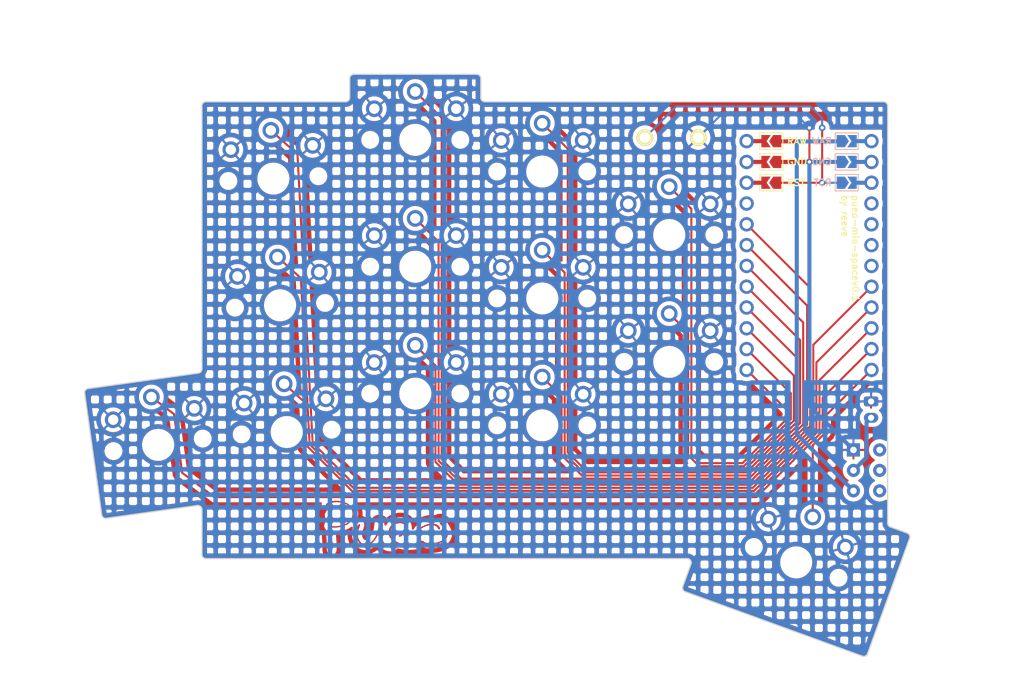
<source format=kicad_pcb>
(kicad_pcb (version 20240108) (generator "pcbnew") (generator_version "8.0")
  (title_block (title "pueo-min-space") (rev "0.1") (company "grassfedreeve"))
  (layers (0 "F.Cu" signal) (31 "B.Cu" signal) (34 "B.Paste" user) (35 "F.Paste" user) (36 "B.SilkS" user "B.Silkscreen") (37 "F.SilkS" user "F.Silkscreen") (38 "B.Mask" user) (39 "F.Mask" user) (44 "Edge.Cuts" user))
  (net 0 "")
  (net 1 "P2")
  (net 2 "P6")
  (net 3 "P4")
  (net 4 "P3")
  (net 5 "P5")
  (net 6 "P7")
  (net 7 "P8")
  (net 8 "RAW")
  (net 9 "GND")
  (net 10 "RST")
  (net 11 "P21")
  (net 12 "P20")
  (net 13 "P19")
  (net 14 "P18")
  (net 15 "P15")
  (net 16 "P14")
  (net 17 "P16")
  (net 18 "P10")
  (net 19 "P9")
  (footprint "trochilidae:ChocSimpleReversibleMin" (layer "F.Cu") (at 163.320834 64.477911)
    (property "Reference" "S12" (hide yes))
    (property "Value" "" (hide yes))
    (pad "" np_thru_hole circle (at -5.5 0 172) (size 1.7018 1.7018) (drill 1.7018) (layers "*.Cu" "*.Mask"))
    (pad "" np_thru_hole circle (at 0 0 172) (size 3.429 3.429) (drill 3.429) (layers "*.Cu" "*.Mask"))
    (pad "" np_thru_hole circle (at 5.5 0 172) (size 1.7018 1.7018) (drill 1.7018) (layers "*.Cu" "*.Mask"))
    (pad "1" thru_hole circle (at -5 -3.8 172) (size 2.032 2.032) (drill 1.27) (layers "*.Cu" "*.Mask") (net 9 "GND"))
    (pad "1" thru_hole circle (at 5 -3.8 172) (size 2.032 2.032) (drill 1.27) (layers "*.Cu" "*.Mask") (net 9 "GND"))
    (pad "2" thru_hole circle (at 0 -5.9 172) (size 2.032 2.032) (drill 1.27) (layers "*.Cu" "*.Mask") (net 19 "P9"))
  )
  (footprint "trochilidae:ChocSimpleReversibleMin" (layer "F.Cu") (at 178.820831 104.467909 -20)
    (property "Reference" "S13" (hide yes))
    (property "Value" "" (hide yes))
    (pad "" np_thru_hole circle (at -5.5 0 152) (size 1.7018 1.7018) (drill 1.7018) (layers "*.Cu" "*.Mask"))
    (pad "" np_thru_hole circle (at 0 0 152) (size 3.429 3.429) (drill 3.429) (layers "*.Cu" "*.Mask"))
    (pad "" np_thru_hole circle (at 5.5 0 152) (size 1.7018 1.7018) (drill 1.7018) (layers "*.Cu" "*.Mask"))
    (pad "1" thru_hole circle (at -5.000001 -3.8 152) (size 2.032 2.032) (drill 1.27) (layers "*.Cu" "*.Mask") (net 9 "GND"))
    (pad "1" thru_hole circle (at 5 -3.8 152) (size 2.032 2.032) (drill 1.27) (layers "*.Cu" "*.Mask") (net 9 "GND"))
    (pad "2" thru_hole circle (at 0 -5.9 152) (size 2.032 2.032) (drill 1.27) (layers "*.Cu" "*.Mask") (net 18 "P10"))
  )
  (footprint "trochilidae:ChocSimpleReversibleMin" (layer "F.Cu") (at 147.820834 72.227911)
    (property "Reference" "S9" (hide yes))
    (property "Value" "" (hide yes))
    (pad "" np_thru_hole circle (at -5.5 0 172) (size 1.7018 1.7018) (drill 1.7018) (layers "*.Cu" "*.Mask"))
    (pad "" np_thru_hole circle (at 0 0 172) (size 3.429 3.429) (drill 3.429) (layers "*.Cu" "*.Mask"))
    (pad "" np_thru_hole circle (at 5.5 0 172) (size 1.7018 1.7018) (drill 1.7018) (layers "*.Cu" "*.Mask"))
    (pad "1" thru_hole circle (at -5 -3.8 172) (size 2.032 2.032) (drill 1.27) (layers "*.Cu" "*.Mask") (net 9 "GND"))
    (pad "1" thru_hole circle (at 5 -3.8 172) (size 2.032 2.032) (drill 1.27) (layers "*.Cu" "*.Mask") (net 9 "GND"))
    (pad "2" thru_hole circle (at 0 -5.9 172) (size 2.032 2.032) (drill 1.27) (layers "*.Cu" "*.Mask") (net 2 "P6"))
  )
  (footprint "LOGO" (layer "F.Cu") (at 128.831 99.976)
    (property "Reference" "G***" (hide yes))
    (property "Value" "LOGO" (hide yes))
    (fp_poly (pts (xy -0.852647 -0.261741) (xy -0.829201 -0.248001) (xy -0.811215 -0.222421) (xy -0.797823 -0.177992) (xy -0.788161 -0.107707) (xy -0.781364 -0.004558) (xy -0.776566 0.138462) (xy -0.772903 0.328363) (xy -0.771945 0.392084) (xy -0.766035 0.631875) (xy -0.754369 0.829946) (xy -0.734539 1.000361) (xy -0.704139 1.157184) (xy -0.660762 1.314481) (xy -0.602001 1.486316) (xy -0.570115 1.571565) (xy -0.470587 1.804414) (xy -0.365269 1.98962) (xy -0.247482 2.13542) (xy -0.110547 2.250048) (xy 0.052215 2.34174) (xy 0.055886 2.343445) (xy 0.13848 2.378138) (xy 0.21456 2.398981) (xy 0.302658 2.408929) (xy 0.421306 2.410937) (xy 0.475028 2.410287) (xy 0.625356 2.409458) (xy 0.728353 2.413914) (xy 0.792463 2.425464) (xy 0.826132 2.445915) (xy 0.837807 2.477077) (xy 0.838284 2.488074) (xy 0.812622 2.541784) (xy 0.742749 2.58362) (xy 0.639334 2.61226) (xy 0.513045 2.626383) (xy 0.374551 2.624669) (xy 0.234522 2.605795) (xy 0.125378 2.57636) (xy -0.109268 2.470827) (xy -0.305876 2.327694) (xy -0.470085 2.142065) (xy -0.579516 1.96422) (xy -0.648348 1.816165) (xy -0.719876 1.631893) (xy -0.787854 1.430353) (xy -0.846039 1.230493) (xy -0.888183 1.051261) (xy -0.897656 0.998955) (xy -0.916277 0.897412) (xy -0.93411 0.821389) (xy -0.947935 0.784112) (xy -0.950401 0.782398) (xy -0.967221 0.806794) (xy -0.993368 0.870189) (xy -1.018085 0.943069) (xy -1.159572 1.304063) (xy -1.34861 1.636862) (xy -1.583324 1.938342) (xy -1.670828 2.030771) (xy -1.883708 2.214893) (xy -2.10472 2.349503) (xy -2.329479 2.434296) (xy -2.5536 2.468966) (xy -2.772698 2.453207) (xy -2.982386 2.386715) (xy -3.178281 2.269183) (xy -3.315423 2.145339) (xy -3.469364 1.953505) (xy -3.582618 1.743021) (xy -3.65899 1.504556) (xy -3.702283 1.22878) (xy -3.705849 1.187568) (xy -3.711048 1.003904) (xy -3.700212 0.810321) (xy -3.675493 0.614415) (xy -3.639043 0.423784) (xy -3.593013 0.246025) (xy -3.539556 0.088736) (xy -3.480825 -0.040488) (xy -3.41897 -0.134048) (xy -3.356145 -0.184348) (xy -3.315566 -0.190212) (xy -3.262808 -0.158718) (xy -3.24568 -0.084675) (xy -3.264155 0.031431) (xy -3.318208 0.189116) (xy -3.338508 0.237847) (xy -3.445315 0.538589) (xy -3.506586 0.833348) (xy -3.522739 1.11694) (xy -3.494195 1.384182) (xy -3.421372 1.629894) (xy -3.304688 1.848891) (xy -3.197394 1.983245) (xy -3.075829 2.101915) (xy -2.964477 2.181994) (xy -2.846537 2.233817) (xy -2.748481 2.259357) (xy -2.54062 2.275427) (xy -2.333309 2.239748) (xy -2.129815 2.156391) (xy -1.933404 2.029428) (xy -1.747343 1.86293) (xy -1.574899 1.660967) (xy -1.419338 1.42761) (xy -1.283928 1.16693) (xy -1.171935 0.882999) (xy -1.086626 0.579888) (xy -1.031268 0.261666) (xy -1.015989 0.100349) (xy -0.997968 -0.068342) (xy -0.969927 -0.184343) (xy -0.930746 -0.250138) (xy -0.879305 -0.268211)) (fill solid) (layer "F.Cu"))
    (fp_poly (pts (xy -5.978639 -3.028585) (xy -5.889006 -3.020533) (xy -5.514145 -2.963063) (xy -5.175897 -2.872638) (xy -4.876202 -2.750878) (xy -4.616997 -2.599402) (xy -4.400221 -2.419828) (xy -4.227813 -2.213776) (xy -4.101712 -1.982866) (xy -4.023856 -1.728715) (xy -3.996184 -1.452944) (xy -3.996151 -1.439659) (xy -4.023359 -1.167689) (xy -4.102387 -0.911548) (xy -4.230759 -0.673841) (xy -4.405997 -0.45717) (xy -4.625624 -0.264139) (xy -4.887161 -0.097352) (xy -5.188133 0.040587) (xy -5.499365 0.140205) (xy -5.691047 0.181063) (xy -5.915919 0.214273) (xy -6.151535 0.23749) (xy -6.375452 0.248369) (xy -6.521864 0.247036) (xy -6.742629 0.237513) (xy -6.724565 0.712541) (xy -6.715089 0.919425) (xy -6.701672 1.156189) (xy -6.685919 1.397102) (xy -6.669429 1.616435) (xy -6.664988 1.669445) (xy -6.645143 1.925479) (xy -6.630386 2.170101) (xy -6.620816 2.396554) (xy -6.616531 2.598081) (xy -6.617631 2.767924) (xy -6.624216 2.899326) (xy -6.636385 2.985529) (xy -6.645273 3.010836) (xy -6.68503 3.063944) (xy -6.723981 3.066149) (xy -6.756567 3.040176) (xy -6.76989 3.005368) (xy -6.779657 2.928759) (xy -6.786098 2.80654) (xy -6.789445 2.634898) (xy -6.790072 2.488305) (xy -6.792345 2.285165) (xy -6.798657 2.047567) (xy -6.808226 1.796729) (xy -6.820267 1.553872) (xy -6.830903 1.383168) (xy -6.844618 1.183885) (xy -6.85827 0.981392) (xy -6.87089 0.790347) (xy -6.881512 0.625408) (xy -6.889166 0.501232) (xy -6.889294 0.499062) (xy -6.906828 0.201754) (xy -7.009134 0.135549) (xy -7.079006 0.077211) (xy -7.110716 0.021714) (xy -7.111441 0.013715) (xy -7.101906 -0.023159) (xy -7.063342 -0.037813) (xy -7.006655 -0.038727) (xy -6.90187 -0.03554) (xy -6.901976 -0.248298) (xy -6.903153 -0.329009) (xy -6.907405 -0.409304) (xy -6.915945 -0.49861) (xy -6.929982 -0.606354) (xy -6.950728 -0.741962) (xy -6.979393 -0.914861) (xy -7.01185 -1.103728) (xy -7.028274 -1.233157) (xy -7.023142 -1.31647) (xy -6.995215 -1.35961) (xy -6.956517 -1.369197) (xy -6.90525 -1.352494) (xy -6.861934 -1.300141) (xy -6.825817 -1.208771) (xy -6.796148 -1.075017) (xy -6.772176 -0.895513) (xy -6.75315 -0.666891) (xy -6.738597 -0.392381) (xy -6.720242 0.039551) (xy -6.60847 0.064184) (xy -6.451996 0.083269) (xy -6.256956 0.083276) (xy -6.036576 0.066128) (xy -5.804082 0.033747) (xy -5.572699 -0.011944) (xy -5.355651 -0.069022) (xy -5.166163 -0.135567) (xy -5.131116 -0.150561) (xy -4.869131 -0.291087) (xy -4.64652 -0.459412) (xy -4.464588 -0.650536) (xy -4.324644 -0.859461) (xy -4.227992 -1.081187) (xy -4.17594 -1.310716) (xy -4.169793 -1.543049) (xy -4.21086 -1.773187) (xy -4.300446 -1.99613) (xy -4.439857 -2.206881) (xy -4.559714 -2.336787) (xy -4.794788 -2.523524) (xy -5.067557 -2.669457) (xy -5.37724 -2.774319) (xy -5.72306 -2.837842) (xy -6.077557 -2.859594) (xy -6.281071 -2.856344) (xy -6.453305 -2.839301) (xy -6.609498 -2.804034) (xy -6.764889 -2.74611) (xy -6.934718 -2.661099) (xy -7.109797 -2.559403) (xy -7.242177 -2.489909) (xy -7.3404 -2.461975) (xy -7.403437 -2.475782) (xy -7.424027 -2.504396) (xy -7.421828 -2.573138) (xy -7.371048 -2.651261) (xy -7.276791 -2.732608) (xy -7.19009 -2.786829) (xy -6.91389 -2.914852) (xy -6.624977 -2.996909) (xy -6.315758 -3.034366)) (fill solid) (layer "F.Cu"))
    (fp_poly (pts (xy 1.808879 -0.5142) (xy 1.903936 -0.506891) (xy 1.980292 -0.489952) (xy 2.056499 -0.460049) (xy 2.100784 -0.438979) (xy 2.283436 -0.321757) (xy 2.421139 -0.173062) (xy 2.511763 0.003792) (xy 2.553175 0.205492) (xy 2.555673 0.267763) (xy 2.5537 0.377556) (xy 2.541469 0.456005) (xy 2.511725 0.527501) (xy 2.457211 0.616436) (xy 2.447618 0.631019) (xy 2.351078 0.758548) (xy 2.222751 0.901934) (xy 2.077537 1.046317) (xy 1.930338 1.176839) (xy 1.802684 1.274154) (xy 1.695207 1.334845) (xy 1.59968 1.365599) (xy 1.527117 1.36408) (xy 1.493958 1.339666) (xy 1.481005 1.283834) (xy 1.508414 1.217679) (xy 1.57919 1.137235) (xy 1.696339 1.038534) (xy 1.756195 0.993538) (xy 1.974224 0.820849) (xy 2.139398 0.66075) (xy 2.252781 0.511135) (xy 2.315437 0.369898) (xy 2.32843 0.234934) (xy 2.292824 0.104137) (xy 2.246317 0.0235) (xy 2.123535 -0.122745) (xy 1.986076 -0.222973) (xy 1.826383 -0.280089) (xy 1.636899 -0.296996) (xy 1.450158 -0.28238) (xy 1.190328 -0.222992) (xy 0.964658 -0.119418) (xy 0.773296 0.02824) (xy 0.616388 0.219878) (xy 0.538343 0.35694) (xy 0.489915 0.458085) (xy 0.459196 0.53694) (xy 0.442168 0.612351) (xy 0.434818 0.703163) (xy 0.433127 0.828222) (xy 0.433114 0.850734) (xy 0.434736 0.986207) (xy 0.441708 1.08341) (xy 0.457184 1.159918) (xy 0.484322 1.233303) (xy 0.512662 1.293684) (xy 0.646698 1.505599) (xy 0.829699 1.699806) (xy 1.056672 1.873152) (xy 1.322625 2.022483) (xy 1.622565 2.144645) (xy 1.9515 2.236487) (xy 2.031732 2.253185) (xy 2.225788 2.281128) (xy 2.460362 2.296499) (xy 2.69648 2.300086) (xy 3.037699 2.290865) (xy 3.335269 2.263882) (xy 3.599057 2.217475) (xy 3.838928 2.149985) (xy 4.028683 2.075996) (xy 4.187288 2.006103) (xy 4.008048 1.838433) (xy 3.841644 1.655135) (xy 3.741202 1.49281) (xy 3.698651 1.402117) (xy 3.673645 1.330011) (xy 3.662632 1.256485) (xy 3.66206 1.161531) (xy 3.666073 1.069585) (xy 3.688946 0.874017) (xy 3.740409 0.707184) (xy 3.827518 0.554226) (xy 3.957332 0.400281) (xy 4.008118 0.349285) (xy 4.230843 0.163118) (xy 4.481022 0.014596) (xy 4.769593 -0.10267) (xy 4.798289 -0.112059) (xy 5.134708 -0.200985) (xy 5.44411 -0.2425) (xy 5.728838 -0.236747) (xy 5.989456 -0.184407) (xy 6.152273 -0.117018) (xy 6.29433 -0.023305) (xy 6.407094 0.088211) (xy 6.482033 0.209009) (xy 6.510612 0.330567) (xy 6.510671 0.336084) (xy 6.494357 0.431401) (xy 6.452616 0.483443) (xy 6.396253 0.489158) (xy 6.336073 0.445491) (xy 6.302875 0.394798) (xy 6.263668 0.333948) (xy 6.201682 0.252617) (xy 6.148319 0.189148) (xy 6.066626 0.106683) (xy 5.983789 0.05175) (xy 5.875014 0.008717) (xy 5.849168 0.000534) (xy 5.614937 -0.045199) (xy 5.35871 -0.048665) (xy 5.091457 -0.012724) (xy 4.824147 0.059763) (xy 4.567748 0.165935) (xy 4.33323 0.302932) (xy 4.159579 0.441206) (xy 4.010397 0.602041) (xy 3.911365 0.766076) (xy 3.857309 0.94439) (xy 3.842838 1.119254) (xy 3.844775 1.233941) (xy 3.855588 1.31563) (xy 3.8814 1.38714) (xy 3.928336 1.471288) (xy 3.944308 1.497329) (xy 4.02028 1.604325) (xy 4.11107 1.710076) (xy 4.17647 1.77334) (xy 4.263175 1.840109) (xy 4.334712 1.874096) (xy 4.412326 1.884909) (xy 4.423582 1.885111) (xy 4.498914 1.890098) (xy 4.533124 1.907975) (xy 4.540704 1.942024) (xy 4.56801 1.988505) (xy 4.647441 2.031941) (xy 4.775266 2.071117) (xy 4.947754 2.104823) (xy 5.107043 2.126103) (xy 5.508626 2.143621) (xy 5.904096 2.105811) (xy 6.29089 2.013119) (xy 6.666447 1.865989) (xy 6.701793 1.849028) (xy 6.906703 1.728795) (xy 7.063202 1.589815) (xy 7.177188 1.426521) (xy 7.20155 1.377301) (xy 7.242017 1.277193) (xy 7.260502 1.189706) (xy 7.261792 1.086439) (xy 7.258805 1.037646) (xy 7.217629 0.813017) (xy 7.128318 0.577694) (xy 6.995339 0.33985) (xy 6.823162 0.107657) (xy 6.646929 -0.081486) (xy 6.540837 -0.190703) (xy 6.478049 -0.272207) (xy 6.456133 -0.330405) (xy 6.472657 -0.369699) (xy 6.48341 -0.377649) (xy 6.529451 -0.384982) (xy 6.591905 -0.377798) (xy 6.696704 -0.330634) (xy 6.810999 -0.238021) (xy 6.929726 -0.108466) (xy 7.047821 0.049524) (xy 7.160219 0.227441) (xy 7.261857 0.416779) (xy 7.347671 0.609031) (xy 7.412597 0.795689) (xy 7.451571 0.968248) (xy 7.460726 1.081745) (xy 7.434209 1.275636) (xy 7.358917 1.467291) (xy 7.241238 1.64552) (xy 7.087561 1.799136) (xy 7.023835 1.846823) (xy 6.781953 1.985269) (xy 6.500502 2.099191) (xy 6.190843 2.187065) (xy 5.86434 2.247369) (xy 5.532355 2.278582) (xy 5.206251 2.279179) (xy 4.897391 2.24764) (xy 4.617136 2.182442) (xy 4.588466 2.173124) (xy 4.395961 2.10856) (xy 4.216847 2.189277) (xy 3.979989 2.27737) (xy 3.701706 2.349632) (xy 3.394589 2.404585) (xy 3.071225 2.440751) (xy 2.744201 2.456649) (xy 2.426106 2.450803) (xy 2.179538 2.428589) (xy 1.821286 2.363145) (xy 1.486793 2.263242) (xy 1.180981 2.131765) (xy 0.908771 1.971599) (xy 0.675085 1.785627) (xy 0.484843 1.576737) (xy 0.345823 1.353632) (xy 0.297293 1.252861) (xy 0.266014 1.175069) (xy 0.248256 1.102395) (xy 0.240288 1.016973) (xy 0.23838 0.900941) (xy 0.238485 0.839635) (xy 0.24043 0.700658) (xy 0.247532 0.598425) (xy 0.263313 0.51382) (xy 0.291294 0.427724) (xy 0.333231 0.325147) (xy 0.4653 0.082793) (xy 0.636731 -0.121452) (xy 0.844125 -0.285462) (xy 1.084082 -0.407111) (xy 1.353203 -0.484272) (xy 1.648089 -0.514818) (xy 1.676568 -0.515214)) (fill solid) (layer "F.Cu"))
  )
  (footprint "Connector_JST:JST_PH_B2B-PH-K_1x02_P2.00mm_Vertical" (layer "F.Cu") (at 187.96042 84.807747 -90)
    (property "Reference" "J6" (hide yes))
    (property "Value" "battery charge" (hide yes))
    (pad "1" thru_hole roundrect (at 0 0 270) (size 1.2 1.75) (drill 0.75) (layers "*.Cu" "*.Mask") (roundrect_rratio 0.2083333333) (net 9 "GND"))
    (pad "2" thru_hole oval (at 2 0.000003 270) (size 1.2 1.75) (drill 0.75) (layers "*.Cu" "*.Mask"))
  )
  (footprint "trochilidae:ChocSimpleReversibleMin" (layer "F.Cu") (at 115.003773 57.587255 3)
    (property "Reference" "S4" (hide yes))
    (property "Value" "" (hide yes))
    (pad "" np_thru_hole circle (at -5.5 0 175) (size 1.7018 1.7018) (drill 1.7018) (layers "*.Cu" "*.Mask"))
    (pad "" np_thru_hole circle (at 0 0 175) (size 3.429 3.429) (drill 3.429) (layers "*.Cu" "*.Mask"))
    (pad "" np_thru_hole circle (at 5.5 0 175) (size 1.7018 1.7018) (drill 1.7018) (layers "*.Cu" "*.Mask"))
    (pad "1" thru_hole circle (at -5 -3.8 175) (size 2.032 2.032) (drill 1.27) (layers "*.Cu" "*.Mask") (net 9 "GND"))
    (pad "1" thru_hole circle (at 5 -3.8 175) (size 2.032 2.032) (drill 1.27) (layers "*.Cu" "*.Mask") (net 9 "GND"))
    (pad "2" thru_hole circle (at 0 -5.9 175) (size 2.032 2.032) (drill 1.27) (layers "*.Cu" "*.Mask") (net 14 "P18"))
  )
  (footprint "trochilidae:ChocSimpleReversibleMin" (layer "F.Cu") (at 115.81498 73.066015 3)
    (property "Reference" "S3" (hide yes))
    (property "Value" "" (hide yes))
    (pad "" np_thru_hole circle (at -5.5 0 175) (size 1.7018 1.7018) (drill 1.7018) (layers "*.Cu" "*.Mask"))
    (pad "" np_thru_hole circle (at 0 0 175) (size 3.429 3.429) (drill 3.429) (layers "*.Cu" "*.Mask"))
    (pad "" np_thru_hole circle (at 5.5 0 175) (size 1.7018 1.7018) (drill 1.7018) (layers "*.Cu" "*.Mask"))
    (pad "1" thru_hole circle (at -5 -3.8 175) (size 2.032 2.032) (drill 1.27) (layers "*.Cu" "*.Mask") (net 9 "GND"))
    (pad "1" thru_hole circle (at 5 -3.8 175) (size 2.032 2.032) (drill 1.27) (layers "*.Cu" "*.Mask") (net 9 "GND"))
    (pad "2" thru_hole circle (at 0 -5.9 175) (size 2.032 2.032) (drill 1.27) (layers "*.Cu" "*.Mask") (net 15 "P15"))
  )
  (footprint "trochilidae:ChocSimpleReversibleMin" (layer "F.Cu") (at 132.320837 52.852911)
    (property "Reference" "S7" (hide yes))
    (property "Value" "" (hide yes))
    (pad "" np_thru_hole circle (at -5.5 0 172) (size 1.7018 1.7018) (drill 1.7018) (layers "*.Cu" "*.Mask"))
    (pad "" np_thru_hole circle (at 0 0 172) (size 3.429 3.429) (drill 3.429) (layers "*.Cu" "*.Mask"))
    (pad "" np_thru_hole circle (at 5.5 0 172) (size 1.7018 1.7018) (drill 1.7018) (layers "*.Cu" "*.Mask"))
    (pad "1" thru_hole circle (at -5 -3.8 172) (size 2.032 2.032) (drill 1.27) (layers "*.Cu" "*.Mask") (net 9 "GND"))
    (pad "1" thru_hole circle (at 5 -3.8 172) (size 2.032 2.032) (drill 1.27) (layers "*.Cu" "*.Mask") (net 9 "GND"))
    (pad "2" thru_hole circle (at 0 -5.9 172) (size 2.032 2.032) (drill 1.27) (layers "*.Cu" "*.Mask") (net 3 "P4"))
  )
  (footprint "trochilidae:ChocSimpleReversibleMin" (layer "F.Cu") (at 163.320834 79.977912)
    (property "Reference" "S11" (hide yes))
    (property "Value" "" (hide yes))
    (pad "" np_thru_hole circle (at -5.5 0 172) (size 1.7018 1.7018) (drill 1.7018) (layers "*.Cu" "*.Mask"))
    (pad "" np_thru_hole circle (at 0 0 172) (size 3.429 3.429) (drill 3.429) (layers "*.Cu" "*.Mask"))
    (pad "" np_thru_hole circle (at 5.5 0 172) (size 1.7018 1.7018) (drill 1.7018) (layers "*.Cu" "*.Mask"))
    (pad "1" thru_hole circle (at -5 -3.8 172) (size 2.032 2.032) (drill 1.27) (layers "*.Cu" "*.Mask") (net 9 "GND"))
    (pad "1" thru_hole circle (at 5 -3.8 172) (size 2.032 2.032) (drill 1.27) (layers "*.Cu" "*.Mask") (net 9 "GND"))
    (pad "2" thru_hole circle (at 0 -5.9 172) (size 2.032 2.032) (drill 1.27) (layers "*.Cu" "*.Mask") (net 7 "P8"))
  )
  (footprint "trochilidae:ChocSimpleReversibleMin" (layer "F.Cu") (at 147.820832 56.72791)
    (property "Reference" "S10" (hide yes))
    (property "Value" "" (hide yes))
    (pad "" np_thru_hole circle (at -5.5 0 172) (size 1.7018 1.7018) (drill 1.7018) (layers "*.Cu" "*.Mask"))
    (pad "" np_thru_hole circle (at 0 0 172) (size 3.429 3.429) (drill 3.429) (layers "*.Cu" "*.Mask"))
    (pad "" np_thru_hole circle (at 5.5 0 172) (size 1.7018 1.7018) (drill 1.7018) (layers "*.Cu" "*.Mask"))
    (pad "1" thru_hole circle (at -5 -3.8 172) (size 2.032 2.032) (drill 1.27) (layers "*.Cu" "*.Mask") (net 9 "GND"))
    (pad "1" thru_hole circle (at 5 -3.8 172) (size 2.032 2.032) (drill 1.27) (layers "*.Cu" "*.Mask") (net 9 "GND"))
    (pad "2" thru_hole circle (at 0 -5.9 172) (size 2.032 2.032) (drill 1.27) (layers "*.Cu" "*.Mask") (net 6 "P7"))
  )
  (footprint "trochilidae:ChocSimpleReversibleMin" (layer "F.Cu") (at 147.820836 87.727913)
    (property "Reference" "S8" (hide yes))
    (property "Value" "" (hide yes))
    (pad "" np_thru_hole circle (at -5.5 0 172) (size 1.7018 1.7018) (drill 1.7018) (layers "*.Cu" "*.Mask"))
    (pad "" np_thru_hole circle (at 0 0 172) (size 3.429 3.429) (drill 3.429) (layers "*.Cu" "*.Mask"))
    (pad "" np_thru_hole circle (at 5.5 0 172) (size 1.7018 1.7018) (drill 1.7018) (layers "*.Cu" "*.Mask"))
    (pad "1" thru_hole circle (at -5 -3.8 172) (size 2.032 2.032) (drill 1.27) (layers "*.Cu" "*.Mask") (net 9 "GND"))
    (pad "1" thru_hole circle (at 5 -3.8 172) (size 2.032 2.032) (drill 1.27) (layers "*.Cu" "*.Mask") (net 9 "GND"))
    (pad "2" thru_hole circle (at 0 -5.9 172) (size 2.032 2.032) (drill 1.27) (layers "*.Cu" "*.Mask") (net 5 "P5"))
  )
  (footprint "trochilidae:ChocSimpleReversibleMin" (layer "F.Cu") (at 116.626188 88.544771 3)
    (property "Reference" "S2" (hide yes))
    (property "Value" "" (hide yes))
    (pad "" np_thru_hole circle (at -5.5 0 175) (size 1.7018 1.7018) (drill 1.7018) (layers "*.Cu" "*.Mask"))
    (pad "" np_thru_hole circle (at 0 0 175) (size 3.429 3.429) (drill 3.429) (layers "*.Cu" "*.Mask"))
    (pad "" np_thru_hole circle (at 5.5 0 175) (size 1.7018 1.7018) (drill 1.7018) (layers "*.Cu" "*.Mask"))
    (pad "1" thru_hole circle (at -5 -3.8 175) (size 2.032 2.032) (drill 1.27) (layers "*.Cu" "*.Mask") (net 9 "GND"))
    (pad "1" thru_hole circle (at 5 -3.8 175) (size 2.032 2.032) (drill 1.27) (layers "*.Cu" "*.Mask") (net 9 "GND"))
    (pad "2" thru_hole circle (at 0 -5.9 175) (size 2.032 2.032) (drill 1.27) (layers "*.Cu" "*.Mask") (net 16 "P14"))
  )
  (footprint "trochilidae:ProMicroSimpleJumper" (layer "F.Cu") (at 180.385833 66.982912 -90)
    (property "Reference" "MCU1" (hide yes))
    (property "Value" "" (hide yes))
    (fp_line (start -14.970001 -3.199999) (end -12.97 -3.199999) (stroke (width 0.12)) (layer "B.SilkS"))
    (fp_line (start -12.97 -3.199999) (end -12.97 -6.000001) (stroke (width 0.12)) (layer "B.SilkS"))
    (fp_line (start -12.430002 -3.2) (end -10.43 -3.200001) (stroke (width 0.12)) (layer "B.SilkS"))
    (fp_line (start -7.889998 -3.2) (end -7.89 -6) (stroke (width 0.12)) (layer "B.SilkS"))
    (fp_line (start -10.43 -3.200001) (end -10.43 -5.999999) (stroke (width 0.12)) (layer "B.SilkS"))
    (fp_line (start -9.89 -3.200001) (end -7.889998 -3.2) (stroke (width 0.12)) (layer "B.SilkS"))
    (fp_line (start -14.299995 -5.999989) (end -14.969998 -6) (stroke (width 0.12)) (layer "B.SilkS"))
    (fp_line (start -9.89 -5.999998) (end -9.89 -3.200001) (stroke (width 0.12)) (layer "B.SilkS"))
    (fp_line (start -11.750001 -5.999999) (end -12.43 -6) (stroke (width 0.12)) (layer "B.SilkS"))
    (fp_line (start -10.43 -5.999999) (end -11.099999 -6.000001) (stroke (width 0.12)) (layer "B.SilkS"))
    (fp_line (start -9.224999 -5.999999) (end -9.89 -5.999998) (stroke (width 0.12)) (layer "B.SilkS"))
    (fp_line (start -14.969998 -6) (end -14.970001 -3.199999) (stroke (width 0.12)) (layer "B.SilkS"))
    (fp_line (start -12.43 -6) (end -12.430002 -3.2) (stroke (width 0.12)) (layer "B.SilkS"))
    (fp_line (start -7.89 -6) (end -8.550001 -5.999999) (stroke (width 0.12)) (layer "B.SilkS"))
    (fp_line (start -12.97 -6.000001) (end -13.649999 -5.999998) (stroke (width 0.12)) (layer "B.SilkS"))
    (fp_line (start -11.749998 6.000003) (end -12.43 6.000001) (stroke (width 0.12)) (layer "F.SilkS"))
    (fp_line (start -12.97 6.000001) (end -13.650001 5.999999) (stroke (width 0.12)) (layer "F.SilkS"))
    (fp_line (start -12.43 6.000001) (end -12.429999 3.200002) (stroke (width 0.12)) (layer "F.SilkS"))
    (fp_line (start -14.300001 6) (end -14.970004 5.999999) (stroke (width 0.12)) (layer "F.SilkS"))
    (fp_line (start -10.430002 6) (end -11.1 6) (stroke (width 0.12)) (layer "F.SilkS"))
    (fp_line (start -9.890001 6) (end -9.889999 3.200002) (stroke (width 0.12)) (layer "F.SilkS"))
    (fp_line (start -9.225001 6) (end -9.890001 6) (stroke (width 0.12)) (layer "F.SilkS"))
    (fp_line (start -7.890001 6) (end -8.575 6) (stroke (width 0.12)) (layer "F.SilkS"))
    (fp_line (start -14.970004 5.999999) (end -14.970001 3.2) (stroke (width 0.12)) (layer "F.SilkS"))
    (fp_line (start -12.429999 3.200002) (end -10.43 3.199999) (stroke (width 0.12)) (layer "F.SilkS"))
    (fp_line (start -9.889999 3.200002) (end -7.890001 3.200001) (stroke (width 0.12)) (layer "F.SilkS"))
    (fp_line (start -12.970002 3.200001) (end -12.97 6.000001) (stroke (width 0.12)) (layer "F.SilkS"))
    (fp_line (start -7.890001 3.200001) (end -7.890001 6) (stroke (width 0.12)) (layer "F.SilkS"))
    (fp_line (start -14.970001 3.2) (end -12.970002 3.200001) (stroke (width 0.12)) (layer "F.SilkS"))
    (fp_line (start -10.43 3.199999) (end -10.430002 6) (stroke (width 0.12)) (layer "F.SilkS"))
    (fp_text user "RAW" (at -13.978066 -1.553464 0) (layer "B.SilkS") (effects (font (size 0.8 0.8)) (justify mirror)))
    (fp_text user "GND" (at -11.43806 -1.553463 0) (layer "B.SilkS") (effects (font (size 0.8 0.8)) (justify mirror)))
    (fp_text user "RST" (at -8.89806 -1.667748 0) (layer "B.SilkS") (effects (font (size 0.8 0.8)) (justify mirror)))
    (fp_text user "RAW" (at -13.970001 1.46071 0) (layer "F.SilkS") (effects (font (size 0.8 0.8))))
    (fp_text user "RST" (at -8.889999 1.574999 0) (layer "F.SilkS") (effects (font (size 0.8 0.8))))
    (fp_text user "GND" (at -11.430001 1.460715 0) (layer "F.SilkS") (effects (font (size 0.8 0.8))))
    (pad "" smd rect (at -13.970001 -6.275 270) (size 0.5 1.524) (layers "B.Cu" "B.Mask"))
    (pad "" smd custom (at -13.970001 5.325 180) (size 0.3 0.3) (layers "F.Cu" "F.Mask") (options (clearance outline) (anchor rect)) (primitives (gr_poly (pts (xy 0.5 0.75) (xy -0.65 0.75) (xy -0.15 0) (xy -0.65 -0.75) (xy 0.5 -0.75)) (width 0) (fill yes))))
    (pad "" smd rect (at -13.97 6.249999 270) (size 0.5 1.524) (layers "F.Cu" "F.Mask"))
    (pad "" smd custom (at -13.969999 -5.325001 180) (size 0.3 0.3) (layers "B.Cu" "B.Mask") (options (clearance outline) (anchor rect)) (primitives (gr_poly (pts (xy 0.15 0) (xy 0.65 0.75) (xy -0.5 0.75) (xy -0.5 -0.75) (xy 0.65 -0.75)) (width 0) (fill yes))))
    (pad "" thru_hole circle (at -13.969999 7.619993 270) (size 1.7526 1.7526) (drill 1.0922) (layers "*.Cu" "*.Mask"))
    (pad "" thru_hole circle (at -13.969997 -7.619996 270) (size 1.7526 1.7526) (drill 1.0922) (layers "*.Cu" "*.Mask"))
    (pad "" smd custom (at -11.430001 -5.325 180) (size 0.3 0.3) (layers "B.Cu" "B.Mask") (options (clearance outline) (anchor rect)) (primitives (gr_poly (pts (xy 0.15 0) (xy 0.65 0.75) (xy -0.5 0.75) (xy -0.5 -0.75) (xy 0.65 -0.75)) (width 0) (fill yes))))
    (pad "" smd custom (at -11.43 5.325 180) (size 0.3 0.3) (layers "F.Cu" "F.Mask") (options (clearance outline) (anchor rect)) (primitives (gr_poly (pts (xy 0.5 0.75) (xy -0.65 0.75) (xy -0.15 0) (xy -0.65 -0.75) (xy 0.5 -0.75)) (width 0) (fill yes))))
    (pad "" smd rect (at -11.43 6.250001 270) (size 0.5 1.524) (layers "F.Cu" "F.Mask"))
    (pad "" thru_hole circle (at -11.43 7.62 270) (size 1.7526 1.7526) (drill 1.0922) (layers "*.Cu" "*.Mask") (net 9 "GND"))
    (pad "" thru_hole circle (at -11.429999 -7.62) (size 1.7526 1.7526) (drill 1.0922) (layers "*.Cu" "*.Mask") (net 9 "GND"))
    (pad "" smd rect (at -11.429998 -6.275001 270) (size 0.5 1.524) (layers "B.Cu" "B.Mask"))
    (pad "" thru_hole circle (at -8.890001 7.619999 270) (size 1.7526 1.7526) (drill 1.0922) (layers "*.Cu" "*.Mask"))
    (pad "" thru_hole circle (at -8.89 -7.620002 270) (size 1.7526 1.7526) (drill 1.0922) (layers "*.Cu" "*.Mask"))
    (pad "" smd rect (at -8.89 -6.275 270) (size 0.5 1.524) (layers "B.Cu" "B.Mask"))
    (pad "" smd custom (at -8.89 5.324999 180) (size 0.3 0.3) (layers "F.Cu" "F.Mask") (options (clearance outline) (anchor rect)) (primitives (gr_poly (pts (xy 0.5 0.75) (xy -0.65 0.75) (xy -0.15 0) (xy -0.65 -0.75) (xy 0.5 -0.75)) (width 0) (fill yes))))
    (pad "" smd rect (at -8.89 6.250001 270) (size 0.5 1.524) (layers "F.Cu" "F.Mask"))
    (pad "" smd custom (at -8.889999 -5.324998 180) (size 0.3 0.3) (layers "B.Cu" "B.Mask") (options (clearance outline) (anchor rect)) (primitives (gr_poly (pts (xy 0.15 0) (xy 0.65 0.75) (xy -0.5 0.75) (xy -0.5 -0.75) (xy 0.65 -0.75)) (width 0) (fill yes))))
    (pad "" thru_hole circle (at -6.349998 -7.620001 270) (size 1.7526 1.7526) (drill 1.0922) (layers "*.Cu" "*.Mask"))
    (pad "" thru_hole circle (at -6.349998 7.62 270) (size 1.7526 1.7526) (drill 1.0922) (layers "*.Cu" "*.Mask"))
    (pad "1" smd custom (at -13.970001 3.875003 180) (size 0.3 0.3) (layers "F.Cu" "F.Mask") (net 8 "RAW") (options (clearance outline) (anchor rect)) (primitives (gr_poly (pts (xy 1 0) (xy 0.5 0.75) (xy -0.5 0.75) (xy -0.5 -0.75) (xy 0.5 -0.75)) (width 0) (fill yes))))
    (pad "1" smd custom (at -13.97 -3.875 180) (size 0.3 0.3) (layers "B.Cu" "B.Mask") (net 8 "RAW") (options (clearance outline) (anchor rect)) (primitives (gr_poly (pts (xy 0.5 0.75) (xy -0.5 0.75) (xy -1 0) (xy -0.5 -0.75) (xy 0.5 -0.75)) (width 0) (fill yes))))
    (pad "2" smd custom (at -11.430002 -3.875001 180) (size 0.3 0.3) (layers "B.Cu" "B.Mask") (net 9 "GND") (options (clearance outline) (anchor rect)) (primitives (gr_poly (pts (xy 0.5 0.75) (xy -0.5 0.75) (xy -1 0) (xy -0.5 -0.75) (xy 0.5 -0.75)) (width 0) (fill yes))))
    (pad "2" smd custom (at -11.430001 3.875 180) (size 0.3 0.3) (layers "F.Cu" "F.Mask") (net 9 "GND") (options (clearance outline) (anchor rect)) (primitives (gr_poly (pts (xy 1 0) (xy 0.5 0.75) (xy -0.5 0.75) (xy -0.5 -0.75) (xy 0.5 -0.75)) (width 0) (fill yes))))
    (pad "3" smd custom (at -8.89 -3.875 180) (size 0.3 0.3) (layers "B.Cu" "B.Mask") (net 10 "RST") (options (clearance outline) (anchor rect)) (primitives (gr_poly (pts (xy 0.5 0.75) (xy -0.5 0.75) (xy -1 0) (xy -0.5 -0.75) (xy 0.5 -0.75)) (width 0) (fill yes))))
    (pad "3" smd custom (at -8.89 3.875 180) (size 0.3 0.3) (layers "F.Cu" "F.Mask") (net 10 "RST") (options (clearance outline) (anchor rect)) (primitives (gr_poly (pts (xy 1 0) (xy 0.5 0.75) (xy -0.5 0.75) (xy -0.5 -0.75) (xy 0.5 -0.75)) (width 0) (fill yes))))
    (pad "5" thru_hole circle (at -3.81 -7.62 270) (size 1.7526 1.7526) (drill 1.0922) (layers "*.Cu" "*.Mask") (net 11 "P21"))
    (pad "6" thru_hole circle (at -1.270001 -7.62 270) (size 1.7526 1.7526) (drill 1.0922) (layers "*.Cu" "*.Mask") (net 12 "P20"))
    (pad "7" thru_hole circle (at 1.270001 -7.62 270) (size 1.7526 1.7526) (drill 1.0922) (layers "*.Cu" "*.Mask") (net 13 "P19"))
    (pad "8" thru_hole circle (at 3.810001 -7.620001 270) (size 1.7526 1.7526) (drill 1.0922) (layers "*.Cu" "*.Mask") (net 14 "P18"))
    (pad "9" thru_hole circle (at 6.349998 -7.62 270) (size 1.7526 1.7526) (drill 1.0922) (layers "*.Cu" "*.Mask") (net 15 "P15"))
    (pad "10" thru_hole circle (at 8.890001 -7.619999 270) (size 1.7526 1.7526) (drill 1.0922) (layers "*.Cu" "*.Mask") (net 16 "P14"))
    (pad "11" thru_hole circle (at 11.43 -7.62 270) (size 1.7526 1.7526) (drill 1.0922) (layers "*.Cu" "*.Mask") (net 17 "P16"))
    (pad "12" thru_hole circle (at 13.969999 -7.619993 270) (size 1.7526 1.7526) (drill 1.0922) (layers "*.Cu" "*.Mask") (net 18 "P10"))
    (pad "17" thru_hole circle (at -3.810001 7.620001 270) (size 1.7526 1.7526) (drill 1.0922) (layers "*.Cu" "*.Mask") (net 1 "P2"))
    (pad "18" thru_hole circle (at -1.270001 7.62 270) (size 1.7526 1.7526) (drill 1.0922) (layers "*.Cu" "*.Mask") (net 4 "P3"))
    (pad "19" thru_hole circle (at 1.270001 7.62 270) (size 1.7526 1.7526) (drill 1.0922) (layers "*.Cu" "*.Mask") (net 3 "P4"))
    (pad "20" thru_hole circle (at 3.81 7.62 270) (size 1.7526 1.7526) (drill 1.0922) (layers "*.Cu" "*.Mask") (net 5 "P5"))
    (pad "21" thru_hole circle (at 6.349998 7.620001 270) (size 1.7526 1.7526) (drill 1.0922) (layers "*.Cu" "*.Mask") (net 2 "P6"))
    (pad "22" thru_hole circle (at 8.89 7.620002 270) (size 1.7526 1.7526) (drill 1.0922) (layers "*.Cu" "*.Mask") (net 6 "P7"))
    (pad "23" thru_hole circle (at 11.429999 7.62 270) (size 1.7526 1.7526) (drill 1.0922) (layers "*.Cu" "*.Mask") (net 7 "P8"))
    (pad "24" thru_hole circle (at 13.969997 7.619996 270) (size 1.7526 1.7526) (drill 1.0922) (layers "*.Cu" "*.Mask") (net 19 "P9"))
    (zone (net 0) (net_name "") (layers "*.Cu") (connect_pads (clearance 0)) (min_thickness 0.254)
      (keepout (tracks allowed) (vias allowed) (pads allowed) (copperpour not_allowed) (footprints allowed))
      (fill (thermal_gap 0.508) (thermal_bridge_width 0.508))
      (polygon (pts (xy 171.495834 82.222911) (xy 171.495832 51.60291) (xy 189.305834 51.602912) (xy 189.305833 82.222912)))
    )
  )
  (footprint "trochilidae:ChocSimpleReversibleMin" (layer "F.Cu") (at 100.930237 90.113073 8)
    (property "Reference" "S1" (hide yes))
    (property "Value" "" (hide yes))
    (pad "" np_thru_hole circle (at -5.5 0 180) (size 1.7018 1.7018) (drill 1.7018) (layers "*.Cu" "*.Mask"))
    (pad "" np_thru_hole circle (at 0 0 180) (size 3.429 3.429) (drill 3.429) (layers "*.Cu" "*.Mask"))
    (pad "" np_thru_hole circle (at 5.5 0 180) (size 1.7018 1.7018) (drill 1.7018) (layers "*.Cu" "*.Mask"))
    (pad "1" thru_hole circle (at -4.999999 -3.800003 180) (size 2.032 2.032) (drill 1.27) (layers "*.Cu" "*.Mask") (net 9 "GND"))
    (pad "1" thru_hole circle (at 5 -3.8 180) (size 2.032 2.032) (drill 1.27) (layers "*.Cu" "*.Mask") (net 9 "GND"))
    (pad "2" thru_hole circle (at 0 -5.9 180) (size 2.032 2.032) (drill 1.27) (layers "*.Cu" "*.Mask") (net 17 "P16"))
  )
  (footprint "trochilidae:ChocSimpleReversibleMin" (layer "F.Cu") (at 132.320832 68.352913)
    (property "Reference" "S6" (hide yes))
    (property "Value" "" (hide yes))
    (pad "" np_thru_hole circle (at -5.5 0 172) (size 1.7018 1.7018) (drill 1.7018) (layers "*.Cu" "*.Mask"))
    (pad "" np_thru_hole circle (at 0 0 172) (size 3.429 3.429) (drill 3.429) (layers "*.Cu" "*.Mask"))
    (pad "" np_thru_hole circle (at 5.5 0 172) (size 1.7018 1.7018) (drill 1.7018) (layers "*.Cu" "*.Mask"))
    (pad "1" thru_hole circle (at -5 -3.8 172) (size 2.032 2.032) (drill 1.27) (layers "*.Cu" "*.Mask") (net 9 "GND"))
    (pad "1" thru_hole circle (at 5 -3.8 172) (size 2.032 2.032) (drill 1.27) (layers "*.Cu" "*.Mask") (net 9 "GND"))
    (pad "2" thru_hole circle (at 0 -5.9 172) (size 2.032 2.032) (drill 1.27) (layers "*.Cu" "*.Mask") (net 4 "P3"))
  )
  (footprint "kbd:ResetSW" (layer "F.Cu") (at 163.605 52.582 180)
    (property "Reference" "SW16" (hide yes))
    (property "Value" "SW_Push" (hide yes))
    (pad "1" thru_hole circle (at 3.25 0 180) (size 2 2) (drill 1.3) (layers "*.Cu" "*.Mask" "F.SilkS") (net 10 "RST"))
    (pad "2" thru_hole circle (at -3.25 0 180) (size 2 2) (drill 1.3) (layers "*.Cu" "*.Mask" "F.SilkS") (net 9 "GND"))
  )
  (footprint "trochilidae:ChocSimpleReversibleMin" (layer "F.Cu") (at 132.320834 83.852915)
    (property "Reference" "S5" (hide yes))
    (property "Value" "" (hide yes))
    (pad "" np_thru_hole circle (at -5.5 0 172) (size 1.7018 1.7018) (drill 1.7018) (layers "*.Cu" "*.Mask"))
    (pad "" np_thru_hole circle (at 0 0 172) (size 3.429 3.429) (drill 3.429) (layers "*.Cu" "*.Mask"))
    (pad "" np_thru_hole circle (at 5.5 0 172) (size 1.7018 1.7018) (drill 1.7018) (layers "*.Cu" "*.Mask"))
    (pad "1" thru_hole circle (at -5 -3.8 172) (size 2.032 2.032) (drill 1.27) (layers "*.Cu" "*.Mask") (net 9 "GND"))
    (pad "1" thru_hole circle (at 5 -3.8 172) (size 2.032 2.032) (drill 1.27) (layers "*.Cu" "*.Mask") (net 9 "GND"))
    (pad "2" thru_hole circle (at 0 -5.9 172) (size 2.032 2.032) (drill 1.27) (layers "*.Cu" "*.Mask") (net 1 "P2"))
  )
  (footprint "Button_Switch_THT:SW_E-Switch_EG1271_SPDT" (layer "B.Cu") (at 185.809425 90.730861 -90)
    (property "Reference" "on/off" (hide yes))
    (property "Value" "SW_E-Switch_EG1271_SPDT" (hide yes))
    (pad "1" thru_hole rect (at 0 0 270) (size 1.6 1.6) (drill 0.8) (layers "*.Cu" "*.Mask") (net 9 "GND"))
    (pad "2" thru_hole circle (at 2.500001 0.000007 270) (size 1.6 1.6) (drill 0.8) (layers "*.Cu" "*.Mask"))
    (pad "3" thru_hole circle (at 5 -0.000008 270) (size 1.6 1.6) (drill 0.8) (layers "*.Cu" "*.Mask") (net 8 "RAW"))
    (pad "4" thru_hole circle (at -0.000008 -3.20001 270) (size 1.6 1.6) (drill 0.8) (layers "*.Cu" "*.Mask"))
    (pad "5" thru_hole circle (at 2.5 -3.200005 270) (size 1.6 1.6) (drill 0.8) (layers "*.Cu" "*.Mask"))
    (pad "6" thru_hole circle (at 4.999999 -3.199994 270) (size 1.6 1.6) (drill 0.8) (layers "*.Cu" "*.Mask"))
  )
  (gr_line (start 94.616607 99.079016) (end 105.711247 97.519766) (stroke (width 0.15)) (layer "Edge.Cuts"))
  (gr_arc (start 189.480835 48.202914) (mid 189.834385 48.349363) (end 189.980836 48.702916) (stroke (width 0.15)) (layer "Edge.Cuts"))
  (gr_arc (start 192.363458 100.883601) (mid 192.645606 101.142139) (end 192.662295 101.52446) (stroke (width 0.15)) (layer "Edge.Cuts"))
  (gr_line (start 124.320831 45.352912) (end 124.320835 47.702912) (stroke (width 0.15)) (layer "Edge.Cuts"))
  (gr_line (start 189.980832 99.666294) (end 189.980836 48.702916) (stroke (width 0.15)) (layer "Edge.Cuts"))
  (gr_line (start 106.780833 104.002912) (end 165.505872 104.00291) (stroke (width 0.15)) (layer "Edge.Cuts"))
  (gr_arc (start 165.278207 108.05222) (mid 164.996063 107.793682) (end 164.979371 107.411363) (stroke (width 0.15)) (layer "Edge.Cuts"))
  (gr_arc (start 139.820837 44.852914) (mid 140.174384 44.999362) (end 140.320837 45.352912) (stroke (width 0.15)) (layer "Edge.Cuts"))
  (gr_arc (start 187.531995 115.619848) (mid 187.273457 115.901993) (end 186.891137 115.918685) (stroke (width 0.15)) (layer "Edge.Cuts"))
  (gr_line (start 189.480834 48.202914) (end 140.820834 48.202914) (stroke (width 0.15)) (layer "Edge.Cuts"))
  (gr_line (start 105.85042 81.342966) (end 92.38984 83.234725) (stroke (width 0.15)) (layer "Edge.Cuts"))
  (gr_arc (start 165.505872 104.00291) (mid 165.915451 104.216121) (end 165.97572 104.67392) (stroke (width 0.15)) (layer "Edge.Cuts"))
  (gr_arc (start 106.780834 104.002912) (mid 106.427278 103.856467) (end 106.280834 103.502913) (stroke (width 0.15)) (layer "Edge.Cuts"))
  (gr_line (start 140.320834 47.70291) (end 140.320837 45.352912) (stroke (width 0.15)) (layer "Edge.Cuts"))
  (gr_arc (start 94.616607 99.079016) (mid 94.246114 98.983199) (end 94.05189 98.653468) (stroke (width 0.15)) (layer "Edge.Cuts"))
  (gr_line (start 139.820836 44.852914) (end 124.820832 44.852909) (stroke (width 0.15)) (layer "Edge.Cuts"))
  (gr_arc (start 91.964294 83.799447) (mid 92.060111 83.428954) (end 92.38984 83.234725) (stroke (width 0.15)) (layer "Edge.Cuts"))
  (gr_line (start 123.820833 48.202911) (end 106.780833 48.202911) (stroke (width 0.15)) (layer "Edge.Cuts"))
  (gr_arc (start 190.309822 100.136139) (mid 190.071258 99.953081) (end 189.980832 99.666294) (stroke (width 0.15)) (layer "Edge.Cuts"))
  (gr_line (start 165.97572 104.67392) (end 164.979371 107.411363) (stroke (width 0.15)) (layer "Edge.Cuts"))
  (gr_line (start 187.531994 115.619849) (end 192.662295 101.52446) (stroke (width 0.15)) (layer "Edge.Cuts"))
  (gr_line (start 192.363458 100.883601) (end 190.309821 100.136139) (stroke (width 0.15)) (layer "Edge.Cuts"))
  (gr_arc (start 140.820834 48.202913) (mid 140.467277 48.056466) (end 140.320834 47.70291) (stroke (width 0.15)) (layer "Edge.Cuts"))
  (gr_arc (start 106.280833 80.84783) (mid 106.158189 81.175861) (end 105.85042 81.342966) (stroke (width 0.15)) (layer "Edge.Cuts"))
  (gr_line (start 106.280836 98.014902) (end 106.280835 103.50291) (stroke (width 0.15)) (layer "Edge.Cuts"))
  (gr_line (start 91.964294 83.799447) (end 94.05189 98.653468) (stroke (width 0.15)) (layer "Edge.Cuts"))
  (gr_arc (start 105.711247 97.519766) (mid 106.108863 97.637547) (end 106.280836 98.014902) (stroke (width 0.15)) (layer "Edge.Cuts"))
  (gr_arc (start 106.280832 48.702911) (mid 106.42728 48.349359) (end 106.780833 48.202911) (stroke (width 0.15)) (layer "Edge.Cuts"))
  (gr_line (start 165.278207 108.05222) (end 186.891137 115.918685) (stroke (width 0.15)) (layer "Edge.Cuts"))
  (gr_line (start 106.280832 48.702911) (end 106.280833 80.84783) (stroke (width 0.15)) (layer "Edge.Cuts"))
  (gr_arc (start 124.320835 47.702913) (mid 124.174388 48.056469) (end 123.820833 48.202911) (stroke (width 0.15)) (layer "Edge.Cuts"))
  (gr_arc (start 124.320832 45.35291) (mid 124.467278 44.999356) (end 124.820832 44.852909) (stroke (width 0.15)) (layer "Edge.Cuts"))
  (gr_text "pueo-min-spacev0.1 \nby reeve" (at 184.293 59.517 270) (layer "F.SilkS") (effects (font (size 0.8 0.8)) (justify left bottom)))
  (segment (start 187.406421 87.361747) (end 187.96042 86.807748) (width 0.5) (layer "B.Cu") (net 0))
  (segment (start 187.406424 91.633859) (end 187.406421 87.361747) (width 0.5) (layer "B.Cu") (net 0))
  (segment (start 187.406424 91.633859) (end 185.80942 93.230863) (width 0.5) (layer "B.Cu") (net 0))
  (segment (start 180.530018 70.937095) (end 180.530017 87.820134) (width 0.25) (layer "F.Cu") (net 1))
  (segment (start 134.791017 80.423095) (end 132.320835 77.95291) (width 0.25) (layer "F.Cu") (net 1))
  (segment (start 172.765836 63.172907) (end 180.425956 70.833031) (width 0.25) (layer "F.Cu") (net 1))
  (segment (start 137.577713 94.98688) (end 134.791018 92.200184) (width 0.25) (layer "F.Cu") (net 1))
  (segment (start 134.791018 92.200184) (end 134.791017 80.423095) (width 0.25) (layer "F.Cu") (net 1))
  (segment (start 180.530017 87.820134) (end 173.363271 94.986882) (width 0.25) (layer "F.Cu") (net 1))
  (segment (start 173.363271 94.986882) (end 137.577713 94.98688) (width 0.25) (layer "F.Cu") (net 1))
  (segment (start 180.425956 70.833031) (end 180.530018 70.937095) (width 0.25) (layer "F.Cu") (net 1))
  (segment (start 178.917958 87.299561) (end 175.210364 91.007152) (width 0.25) (layer "F.Cu") (net 2))
  (segment (start 175.210364 91.007152) (end 172.738638 93.478879) (width 0.25) (layer "F.Cu") (net 2))
  (segment (start 150.559019 69.066096) (end 150.559018 91.210868) (width 0.25) (layer "F.Cu") (net 2))
  (segment (start 172.738638 93.478879) (end 152.827032 93.478881) (width 0.25) (layer "F.Cu") (net 2))
  (segment (start 152.827032 93.478881) (end 150.559018 91.210868) (width 0.25) (layer "F.Cu") (net 2))
  (segment (start 178.917958 87.299561) (end 178.917951 79.485035) (width 0.25) (layer "F.Cu") (net 2))
  (segment (start 178.917951 79.485035) (end 172.76583 73.332905) (width 0.25) (layer "F.Cu") (net 2))
  (segment (start 147.820834 66.327912) (end 150.559019 69.066096) (width 0.25) (layer "F.Cu") (net 2))
  (segment (start 179.671958 87.611878) (end 173.050955 94.232878) (width 0.25) (layer "F.Cu") (net 3))
  (segment (start 179.671954 75.159035) (end 179.671958 87.611878) (width 0.25) (layer "F.Cu") (net 3))
  (segment (start 135.545018 50.177093) (end 135.545018 91.887864) (width 0.25) (layer "F.Cu") (net 3))
  (segment (start 173.050955 94.232878) (end 137.890032 94.232881) (width 0.25) (layer "F.Cu") (net 3))
  (segment (start 135.545018 91.887864) (end 137.890032 94.232881) (width 0.25) (layer "F.Cu") (net 3))
  (segment (start 132.320835 46.95291) (end 135.545018 50.177093) (width 0.25) (layer "F.Cu") (net 3))
  (segment (start 172.765831 68.252911) (end 179.671954 75.159035) (width 0.25) (layer "F.Cu") (net 3))
  (segment (start 180.153019 87.663975) (end 180.153019 73.1001) (width 0.25) (layer "F.Cu") (net 4))
  (segment (start 180.153019 73.1001) (end 180.048955 72.996036) (width 0.25) (layer "F.Cu") (net 4))
  (segment (start 135.168017 65.300094) (end 135.168019 92.044027) (width 0.25) (layer "F.Cu") (net 4))
  (segment (start 173.207113 94.609881) (end 180.153019 87.663975) (width 0.25) (layer "F.Cu") (net 4))
  (segment (start 137.733874 94.609881) (end 173.207113 94.609881) (width 0.25) (layer "F.Cu") (net 4))
  (segment (start 180.048955 72.996036) (end 172.765827 65.712912) (width 0.25) (layer "F.Cu") (net 4))
  (segment (start 132.320836 62.452915) (end 135.168017 65.300094) (width 0.25) (layer "F.Cu") (net 4))
  (segment (start 135.168019 92.044027) (end 137.733874 94.609881) (width 0.25) (layer "F.Cu") (net 4))
  (segment (start 174.241077 92.509594) (end 172.894796 93.855882) (width 0.25) (layer "F.Cu") (net 5))
  (segment (start 152.667032 93.855879) (end 150.182018 91.370865) (width 0.25) (layer "F.Cu") (net 5))
  (segment (start 147.820833 81.827912) (end 150.182018 84.189096) (width 0.25) (layer "F.Cu") (net 5))
  (segment (start 172.765832 70.79291) (end 179.294957 77.322035) (width 0.25) (layer "F.Cu") (net 5))
  (segment (start 150.182018 84.189096) (end 150.182018 91.370865) (width 0.25) (layer "F.Cu") (net 5))
  (segment (start 172.894796 93.855882) (end 152.667032 93.855879) (width 0.25) (layer "F.Cu") (net 5))
  (segment (start 179.294957 77.322035) (end 179.294956 87.455715) (width 0.25) (layer "F.Cu") (net 5))
  (segment (start 179.294956 87.455715) (end 174.241077 92.509594) (width 0.25) (layer "F.Cu") (net 5))
  (segment (start 172.582483 93.101879) (end 178.540955 87.143398) (width 0.25) (layer "F.Cu") (net 6))
  (segment (start 150.936016 53.943096) (end 150.936016 91.034865) (width 0.25) (layer "F.Cu") (net 6))
  (segment (start 153.003031 93.101881) (end 150.936016 91.034865) (width 0.25) (layer "F.Cu") (net 6))
  (segment (start 178.540954 81.648037) (end 172.765826 75.872907) (width 0.25) (layer "F.Cu") (net 6))
  (segment (start 147.820831 50.827911) (end 150.936016 53.943096) (width 0.25) (layer "F.Cu") (net 6))
  (segment (start 178.540955 87.143398) (end 178.540954 81.648037) (width 0.25) (layer "F.Cu") (net 6))
  (segment (start 172.582483 93.101879) (end 153.003031 93.101881) (width 0.25) (layer "F.Cu") (net 6))
  (segment (start 165.622019 76.379095) (end 165.622018 91.364024) (width 0.25) (layer "F.Cu") (net 7))
  (segment (start 165.622018 91.364024) (end 166.982869 92.724877) (width 0.25) (layer "F.Cu") (net 7))
  (segment (start 163.320835 74.077911) (end 165.622019 76.379095) (width 0.25) (layer "F.Cu") (net 7))
  (segment (start 166.982869 92.724877) (end 172.426325 92.724872) (width 0.25) (layer "F.Cu") (net 7))
  (segment (start 178.163954 86.987247) (end 178.163955 83.811036) (width 0.25) (layer "F.Cu") (net 7))
  (segment (start 178.163955 83.811036) (end 172.765826 78.412904) (width 0.25) (layer "F.Cu") (net 7))
  (segment (start 172.426325 92.724872) (end 178.163954 86.987247) (width 0.25) (layer "F.Cu") (net 7))
  (segment (start 176.504473 53.04103) (end 178.890116 53.041023) (width 0.5) (layer "F.Cu") (net 8))
  (segment (start 178.890116 53.041023) (end 178.890114 88.643938) (width 0.5) (layer "B.Cu") (net 8))
  (segment (start 180.425753 53.041028) (end 178.890116 53.041023) (width 0.5) (layer "B.Cu") (net 8))
  (segment (start 178.890117 88.811542) (end 185.809433 95.730862) (width 0.5) (layer "B.Cu") (net 8))
  (segment (start 184.254472 53.041027) (end 180.425753 53.041028) (width 0.5) (layer "B.Cu") (net 8))
  (segment (start 180.43212 55.552905) (end 180.432114 51.387053) (width 0.25) (layer "F.Cu") (net 9))
  (segment (start 176.510832 55.552909) (end 180.427995 55.552909) (width 0.5) (layer "F.Cu") (net 9))
  (via (at 180.432114 51.387053) (size 0.8) (drill 0.4) (layers "F.Cu" "B.Cu") (net 9))
  (via (at 180.43212 55.552905) (size 0.8) (drill 0.4) (layers "F.Cu" "B.Cu") (net 9))
  (segment (start 180.432119 55.552906) (end 180.43212 55.552905) (width 0.5) (layer "B.Cu") (net 9))
  (segment (start 180.432115 85.353553) (end 180.432119 55.552906) (width 0.5) (layer "B.Cu") (net 9))
  (segment (start 178.524809 49.479744) (end 170.768 49.479746) (width 0.25) (layer "B.Cu") (net 9))
  (segment (start 180.432115 85.353553) (end 185.809425 90.730861) (width 0.5) (layer "B.Cu") (net 9))
  (segment (start 180.432114 51.387053) (end 178.524809 49.479744) (width 0.25) (layer "B.Cu") (net 9))
  (segment (start 169.957254 49.479746) (end 170.768 49.479746) (width 0.25) (layer "B.Cu") (net 9))
  (segment (start 184.260831 55.552908) (end 180.43212 55.552905) (width 0.5) (layer "B.Cu") (net 9))
  (segment (start 166.855 52.582) (end 169.957254 49.479746) (width 0.25) (layer "B.Cu") (net 9))
  (segment (start 176.510833 58.092911) (end 181.990115 58.092907) (width 0.25) (layer "F.Cu") (net 10))
  (segment (start 181.989418 58.092215) (end 181.98942 51.379744) (width 0.25) (layer "F.Cu") (net 10))
  (via (at 181.98942 51.379744) (size 0.8) (drill 0.4) (layers "F.Cu" "B.Cu") (net 10))
  (via (at 181.990115 58.092907) (size 0.8) (drill 0.4) (layers "F.Cu" "B.Cu") (net 10))
  (segment (start 180.586259 48.779745) (end 181.989424 50.182911) (width 0.25) (layer "B.Cu") (net 10))
  (segment (start 170.978422 48.779743) (end 180.586259 48.779745) (width 0.25) (layer "B.Cu") (net 10))
  (segment (start 160.355 52.582) (end 164.157256 48.779744) (width 0.25) (layer "B.Cu") (net 10))
  (segment (start 184.260831 58.092909) (end 181.990115 58.092907) (width 0.25) (layer "B.Cu") (net 10))
  (segment (start 164.157256 48.779744) (end 164.545 48.779744) (width 0.25) (layer "B.Cu") (net 10))
  (segment (start 170.978422 48.779743) (end 164.545 48.779744) (width 0.25) (layer "B.Cu") (net 10))
  (segment (start 181.989424 50.182911) (end 181.98942 51.379744) (width 0.25) (layer "B.Cu") (net 10))
  (segment (start 180.907016 87.976292) (end 173.51943 95.363881) (width 0.25) (layer "F.Cu") (net 14))
  (segment (start 119.793766 89.874049) (end 119.019403 75.098328) (width 0.25) (layer "F.Cu") (net 14))
  (segment (start 173.51943 95.363881) (end 173.207114 95.363881) (width 0.25) (layer "F.Cu") (net 14))
  (segment (start 188.005832 70.792915) (end 180.907017 77.891729) (width 0.25) (layer "F.Cu") (net 14))
  (segment (start 180.907017 77.891729) (end 180.907016 87.976292) (width 0.25) (layer "F.Cu") (net 14))
  (segment (start 125.283596 95.363878) (end 119.793766 89.874049) (width 0.25) (layer "F.Cu") (net 14))
  (segment (start 146.998876 95.36388) (end 125.283596 95.363878) (width 0.25) (layer "F.Cu") (net 14))
  (segment (start 119.019403 75.098328) (end 117.94633 54.622859) (width 0.25) (layer "F.Cu") (net 14))
  (segment (start 117.94633 54.622859) (end 114.694991 51.695344) (width 0.25) (layer "F.Cu") (net 14))
  (segment (start 173.207114 95.363881) (end 146.998876 95.36388) (width 0.25) (layer "F.Cu") (net 14))
  (segment (start 188.00583 73.33291) (end 181.284018 80.054724) (width 0.25) (layer "F.Cu") (net 15))
  (segment (start 125.127439 95.740881) (end 120.164733 90.778174) (width 0.25) (layer "F.Cu") (net 15))
  (segment (start 119.424857 90.038298) (end 119.424859 90.0383) (width 0.25) (layer "F.Cu") (net 15))
  (segment (start 173.675591 95.740879) (end 125.127439 95.740881) (width 0.25) (layer "F.Cu") (net 15))
  (segment (start 181.284018 82.902663) (end 181.284016 88.132453) (width 0.25) (layer "F.Cu") (net 15))
  (segment (start 118.361321 69.744865) (end 119.424857 90.038298) (width 0.25) (layer "F.Cu") (net 15))
  (segment (start 120.164733 90.778174) (end 119.424859 90.0383) (width 0.25) (layer "F.Cu") (net 15))
  (segment (start 181.284016 88.132453) (end 173.675591 95.740879) (width 0.25) (layer "F.Cu") (net 15))
  (segment (start 118.361321 69.744865) (end 115.506198 67.174101) (width 0.25) (layer "F.Cu") (net 15))
  (segment (start 181.284018 80.054724) (end 181.284018 82.902663) (width 0.25) (layer "F.Cu") (net 15))
  (segment (start 181.661016 82.217728) (end 181.661015 86.40865) (width 0.25) (layer "F.Cu") (net 16))
  (segment (start 116.317405 82.652857) (end 118.776314 84.866865) (width 0.25) (layer "F.Cu") (net 16))
  (segment (start 118.866473 86.587204) (end 119.056544 90.213973) (width 0.25) (layer "F.Cu") (net 16))
  (segment (start 118.776314 84.866865) (end 118.866474 86.587201) (width 0.25) (layer "F.Cu") (net 16))
  (segment (start 181.661018 88.288614) (end 173.83175 96.117881) (width 0.25) (layer "F.Cu") (net 16))
  (segment (start 173.83175 96.117881) (end 169.866664 96.117881) (width 0.25) (layer "F.Cu") (net 16))
  (segment (start 181.661015 86.40865) (end 181.661018 88.288614) (width 0.25) (layer "F.Cu") (net 16))
  (segment (start 124.971276 96.117881) (end 119.047853 90.194456) (width 0.25) (layer "F.Cu") (net 16))
  (segment (start 188.005832 75.872911) (end 181.661016 82.217728) (width 0.25) (layer "F.Cu") (net 16))
  (segment (start 118.866474 86.587201) (end 118.866473 86.587204) (width 0.25) (layer "F.Cu") (net 16))
  (segment (start 169.866664 96.117881) (end 124.971276 96.117881) (width 0.25) (layer "F.Cu") (net 16))
  (segment (start 126.218128 96.496753) (end 107.814247 96.496753) (width 0.25) (layer "F.Cu") (net 17))
  (segment (start 103.876094 93.529141) (end 107.814247 96.496753) (width 0.25) (layer "F.Cu") (net 17))
  (segment (start 103.616399 91.681301) (end 103.876094 93.529141) (width 0.25) (layer "F.Cu") (net 17))
  (segment (start 102.866943 86.348662) (end 103.616399 91.681301) (width 0.25) (layer "F.Cu") (net 17))
  (segment (start 173.987909 96.494881) (end 126.22 96.494881) (width 0.25) (layer "F.Cu") (net 17))
  (segment (start 126.22 96.494881) (end 126.218128 96.496753) (width 0.25) (layer "F.Cu") (net 17))
  (segment (start 188.005833 78.412912) (end 182.038018 84.380727) (width 0.25) (layer "F.Cu") (net 17))
  (segment (start 100.109115 84.270488) (end 102.866943 86.348662) (width 0.25) (layer "F.Cu") (net 17))
  (segment (start 182.038018 84.380727) (end 182.038018 88.444772) (width 0.25) (layer "F.Cu") (net 17))
  (segment (start 182.038018 88.444772) (end 173.987909 96.494881) (width 0.25) (layer "F.Cu") (net 17))
  (segment (start 188.005826 80.952911) (end 182.415018 86.543719) (width 0.25) (layer "F.Cu") (net 18))
  (segment (start 180.83875 98.923723) (end 180.83875 90.177199) (width 0.25) (layer "F.Cu") (net 18))
  (segment (start 182.415018 86.543719) (end 182.415018 88.600931) (width 0.25) (layer "F.Cu") (net 18))
  (segment (start 180.83875 90.177199) (end 182.415018 88.600931) (width 0.25) (layer "F.Cu") (net 18))
  (segment (start 177.786955 85.958871) (end 172.780993 80.952914) (width 0.25) (layer "F.Cu") (net 19))
  (segment (start 167.139024 92.347874) (end 166.022018 91.230863) (width 0.25) (layer "F.Cu") (net 19))
  (segment (start 172.270166 92.347871) (end 177.786954 86.831082) (width 0.25) (layer "F.Cu") (net 19))
  (segment (start 166.022018 61.279091) (end 163.320833 58.577909) (width 0.25) (layer "F.Cu") (net 19))
  (segment (start 166.022018 91.230863) (end 166.022018 61.279091) (width 0.25) (layer "F.Cu") (net 19))
  (segment (start 172.270166 92.347871) (end 167.139024 92.347874) (width 0.25) (layer "F.Cu") (net 19))
  (segment (start 177.786954 86.831082) (end 177.786955 85.958871) (width 0.25) (layer "F.Cu") (net 19))
  (zone (net 9) (net_name "GND") (layers "F&B.Cu") (connect_pads (clearance 0.508)) (min_thickness 0.25) (fill yes (mode hatch) (thermal_gap 0.5) (thermal_bridge_width 0.25) (hatch_thickness 0.55) (hatch_gap 1) (hatch_orientation 0) (hatch_smoothing_level 1) (hatch_smoothing_value 0.2) (hatch_border_algorithm hatch_thickness) (hatch_min_hole_area 0.3))
    (polygon (pts (xy 206.633145 120.771865) (xy 206.633148 35.771865) (xy 81.633149 35.771871) (xy 81.633144 120.771868)))
  )
)
</source>
